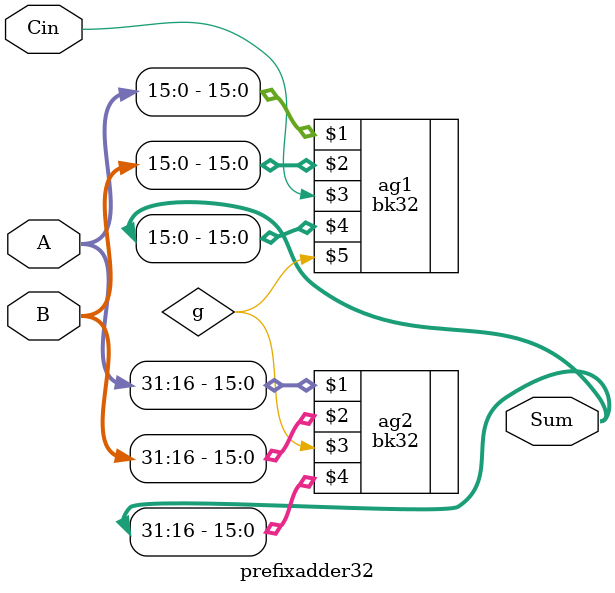
<source format=v>
`timescale 1ns / 1ps


module prefixadder32(
input [31:0] A,
    input [31:0] B,
    input Cin,
    output [31:0] Sum
    );
    wire g;
    bk32 ag1(A[15:0],B[15:0],Cin,Sum[15:0],g);
    bk32 ag2(A[31:16],B[31:16],g,Sum[31:16]);
endmodule

</source>
